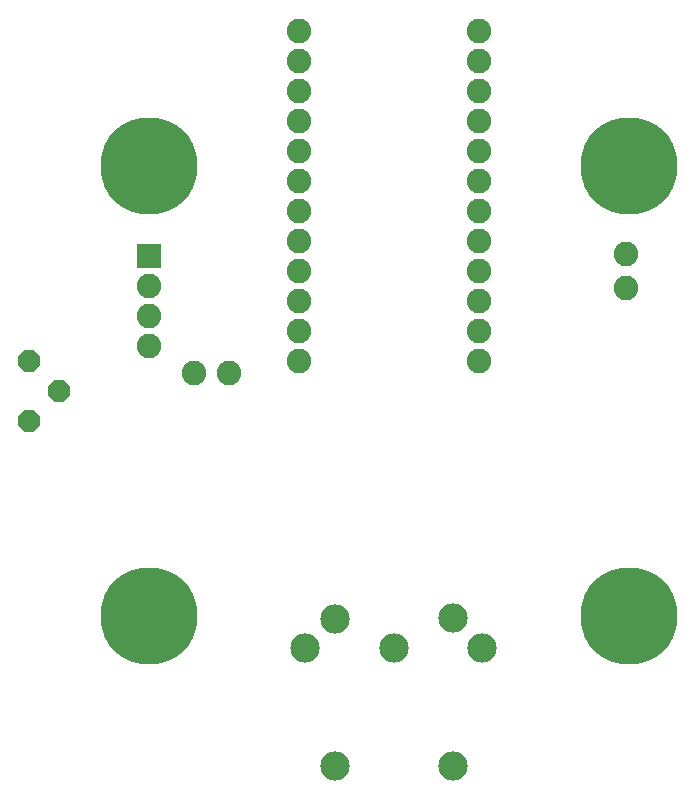
<source format=gbr>
G04 EAGLE Gerber X2 export*
%TF.Part,Single*%
%TF.FileFunction,Soldermask,Bot,1*%
%TF.FilePolarity,Negative*%
%TF.GenerationSoftware,Autodesk,EAGLE,8.6.0*%
%TF.CreationDate,2018-09-12T16:30:21Z*%
G75*
%MOMM*%
%FSLAX34Y34*%
%LPD*%
%AMOC8*
5,1,8,0,0,1.08239X$1,22.5*%
G01*
%ADD10C,8.204200*%
%ADD11C,2.082800*%
%ADD12C,2.489200*%
%ADD13P,2.034460X8X112.500000*%
%ADD14R,2.082800X2.082800*%


D10*
X457200Y660400D03*
X457200Y279400D03*
X863600Y660400D03*
X863600Y279400D03*
D11*
X584200Y774700D03*
X584200Y749300D03*
X584200Y723900D03*
X584200Y698500D03*
X584200Y673100D03*
X584200Y647700D03*
X584200Y622300D03*
X584200Y596900D03*
X584200Y571500D03*
X584200Y546100D03*
X584200Y520700D03*
X584200Y495300D03*
X736600Y495300D03*
X736600Y520700D03*
X736600Y546100D03*
X736600Y571500D03*
X736600Y596900D03*
X736600Y622300D03*
X736600Y647700D03*
X736600Y673100D03*
X736600Y698500D03*
X736600Y723900D03*
X736600Y749300D03*
X736600Y774700D03*
D12*
X665000Y252000D03*
X739800Y251900D03*
X589700Y251900D03*
X615100Y277100D03*
X715100Y277200D03*
X615100Y152078D03*
X715176Y152078D03*
D13*
X355600Y444500D03*
X355600Y495300D03*
X381000Y469900D03*
D14*
X457200Y584200D03*
D11*
X457200Y558800D03*
X457200Y533400D03*
X457200Y508000D03*
X525018Y485140D03*
X496062Y485140D03*
X861060Y557022D03*
X861060Y585978D03*
M02*

</source>
